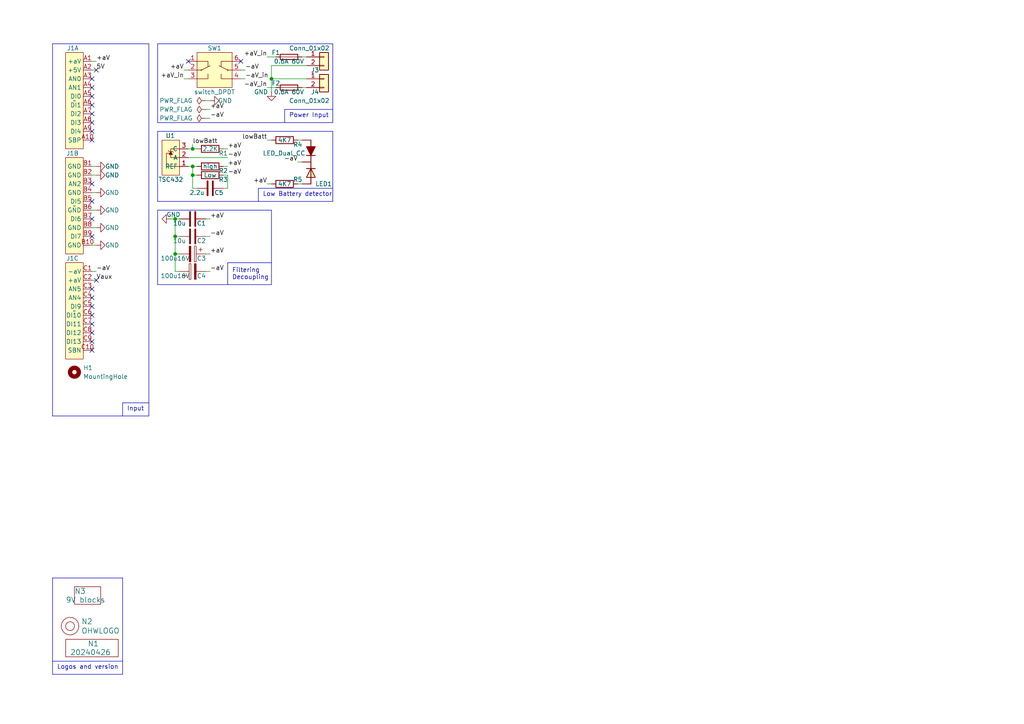
<source format=kicad_sch>
(kicad_sch (version 20230121) (generator eeschema)
  (paper "A4")
  (lib_symbols
    (symbol "Connector_Generic:Conn_01x02" (pin_names (offset 1.016) hide)
      (property "Reference" "J" (at 0 2.54 0))
      (property "Value" "Conn_01x02" (at 0 -5.08 0))
      (symbol "Conn_01x02_1_1"
        (rectangle (start -1.27 -2.413) (end 0 -2.667) (stroke (width 0.1524)))
        (rectangle (start -1.27 0.127) (end 0 -0.127) (stroke (width 0.1524)))
        (rectangle (start -1.27 1.27) (end 1.27 -3.81) (stroke (width 0.254)) (fill (type background)))
        (pin passive line (at -5.08 0 0) (length 3.81) (name "Pin_1") (number "1"))
        (pin passive line (at -5.08 -2.54 0) (length 3.81) (name "Pin_2") (number "2"))
      )
    )
    (symbol "Device:C" (pin_numbers hide) (pin_names (offset 0.254))
      (property "Reference" "C" (at 0.635 2.54 0))
      (property "Value" "C" (at 0.635 -2.54 0))
      (symbol "C_0_1"
        (polyline (pts (xy -2.032 -0.762) (xy 2.032 -0.762)) (stroke (width 0.508)))
        (polyline (pts (xy -2.032 0.762) (xy 2.032 0.762)) (stroke (width 0.508)))
      )
      (symbol "C_1_1"
        (pin passive line (at 0 3.81 270) (length 2.794) (name "~") (number "1"))
        (pin passive line (at 0 -3.81 90) (length 2.794) (name "~") (number "2"))
      )
    )
    (symbol "Device:C_Polarized" (pin_numbers hide) (pin_names (offset 0.254))
      (property "Reference" "C" (at 0.635 2.54 0))
      (property "Value" "C_Polarized" (at 0.635 -2.54 0))
      (symbol "C_Polarized_0_1"
        (rectangle (start -2.286 0.508) (end 2.286 1.016))
        (polyline (pts (xy -1.778 2.286) (xy -0.762 2.286)))
        (polyline (pts (xy -1.27 2.794) (xy -1.27 1.778)))
        (rectangle (start 2.286 -0.508) (end -2.286 -1.016) (fill (type outline)))
      )
      (symbol "C_Polarized_1_1"
        (pin passive line (at 0 3.81 270) (length 2.794) (name "~") (number "1"))
        (pin passive line (at 0 -3.81 90) (length 2.794) (name "~") (number "2"))
      )
    )
    (symbol "Device:Fuse" (pin_numbers hide) (pin_names (offset 0))
      (property "Reference" "F" (at 2.032 0 90))
      (property "Value" "Fuse" (at -1.905 0 90))
      (symbol "Fuse_0_1"
        (rectangle (start -0.762 -2.54) (end 0.762 2.54) (stroke (width 0.254)))
        (polyline (pts (xy 0 2.54) (xy 0 -2.54)))
      )
      (symbol "Fuse_1_1"
        (pin passive line (at 0 3.81 270) (length 1.27) (name "~") (number "1"))
        (pin passive line (at 0 -3.81 90) (length 1.27) (name "~") (number "2"))
      )
    )
    (symbol "Device:R" (pin_numbers hide) (pin_names (offset 0))
      (property "Reference" "R" (at 2.032 0 90))
      (property "Value" "R" (at 0 0 90))
      (symbol "R_0_1"
        (rectangle (start -1.016 -2.54) (end 1.016 2.54) (stroke (width 0.254)))
      )
      (symbol "R_1_1"
        (pin passive line (at 0 3.81 270) (length 1.27) (name "~") (number "1"))
        (pin passive line (at 0 -3.81 90) (length 1.27) (name "~") (number "2"))
      )
    )
    (symbol "Mechanical:MountingHole" (pin_names (offset 1.016))
      (property "Reference" "H" (at 0 5.08 0))
      (property "Value" "MountingHole" (at 0 3.175 0))
      (symbol "MountingHole_0_1"
        (circle (center 0 0) (radius 1.27) (stroke (width 1.27)))
      )
    )
    (symbol "SquantorConnectorsNamed:SquMes_30pin"
      (property "Reference" "J" (at 0 15.24 0))
      (symbol "SquMes_30pin_1_1"
        (rectangle (start -2.54 13.97) (end 2.54 -13.97) (fill (type background)))
        (pin passive line (at -5.08 11.43 0) (length 2.54) (name "+aV") (number "A1"))
        (pin passive line (at -5.08 -11.43 0) (length 2.54) (name "SBP") (number "A10"))
        (pin passive line (at -5.08 8.89 0) (length 2.54) (name "+5V") (number "A2"))
        (pin passive line (at -5.08 6.35 0) (length 2.54) (name "AN0") (number "A3"))
        (pin passive line (at -5.08 3.81 0) (length 2.54) (name "AN1") (number "A4"))
        (pin passive line (at -5.08 1.27 0) (length 2.54) (name "DI0") (number "A5"))
        (pin passive line (at -5.08 -1.27 0) (length 2.54) (name "DI1") (number "A6"))
        (pin passive line (at -5.08 -3.81 0) (length 2.54) (name "DI2") (number "A7"))
        (pin passive line (at -5.08 -6.35 0) (length 2.54) (name "DI3") (number "A8"))
        (pin passive line (at -5.08 -8.89 0) (length 2.54) (name "DI4") (number "A9"))
      )
      (symbol "SquMes_30pin_2_1"
        (rectangle (start -2.54 13.97) (end 2.54 -13.97) (fill (type background)))
        (pin passive line (at -5.08 11.43 0) (length 2.54) (name "GND") (number "B1"))
        (pin passive line (at -5.08 -11.43 0) (length 2.54) (name "GND") (number "B10"))
        (pin passive line (at -5.08 8.89 0) (length 2.54) (name "GND") (number "B2"))
        (pin passive line (at -5.08 6.35 0) (length 2.54) (name "AN2") (number "B3"))
        (pin passive line (at -5.08 3.81 0) (length 2.54) (name "GND") (number "B4"))
        (pin passive line (at -5.08 1.27 0) (length 2.54) (name "DI5") (number "B5"))
        (pin passive line (at -5.08 -1.27 0) (length 2.54) (name "GND") (number "B6"))
        (pin passive line (at -5.08 -3.81 0) (length 2.54) (name "DI6") (number "B7"))
        (pin passive line (at -5.08 -6.35 0) (length 2.54) (name "GND") (number "B8"))
        (pin passive line (at -5.08 -8.89 0) (length 2.54) (name "DI7") (number "B9"))
      )
      (symbol "SquMes_30pin_3_1"
        (rectangle (start -2.54 13.97) (end 2.54 -13.97) (fill (type background)))
        (pin passive line (at -5.08 11.43 0) (length 2.54) (name "-aV") (number "C1"))
        (pin passive line (at -5.08 -11.43 0) (length 2.54) (name "SBN") (number "C10"))
        (pin passive line (at -5.08 8.89 0) (length 2.54) (name "+aV") (number "C2"))
        (pin passive line (at -5.08 6.35 0) (length 2.54) (name "AN5") (number "C3"))
        (pin passive line (at -5.08 3.81 0) (length 2.54) (name "AN4") (number "C4"))
        (pin passive line (at -5.08 1.27 0) (length 2.54) (name "DI9") (number "C5"))
        (pin passive line (at -5.08 -1.27 0) (length 2.54) (name "DI10") (number "C6"))
        (pin passive line (at -5.08 -3.81 0) (length 2.54) (name "DI11") (number "C7"))
        (pin passive line (at -5.08 -6.35 0) (length 2.54) (name "DI12") (number "C8"))
        (pin passive line (at -5.08 -8.89 0) (length 2.54) (name "DI13") (number "C9"))
      )
    )
    (symbol "SquantorDevice:LED_Dual_CC" (pin_numbers hide) (pin_names hide)
      (property "Reference" "LED" (at 0 8.89 0))
      (property "Value" "LED_Dual_CC" (at 0 -8.89 0))
      (symbol "LED_Dual_CC_0_1"
        (polyline (pts (xy -1.27 -1.905) (xy 1.27 -1.905)) (stroke (width 0.254)))
        (polyline (pts (xy -1.27 1.905) (xy 1.27 1.905)) (stroke (width 0.254)))
        (polyline (pts (xy 0 6.35) (xy 0 -6.35)) (stroke (width 0.254)))
        (polyline (pts (xy 0 -1.905) (xy -1.27 -4.445) (xy 1.27 -4.445) (xy 0 -1.905)) (stroke (width 0.254)) (fill (type background)))
        (polyline (pts (xy 0 1.905) (xy 1.27 4.445) (xy -1.27 4.445) (xy 0 1.905)) (stroke (width 0.254)) (fill (type outline)))
      )
      (symbol "LED_Dual_CC_1_1"
        (pin passive line (at -2.54 6.35 0) (length 2.54) (name "A1") (number "1"))
        (pin passive line (at -2.54 0 0) (length 2.54) (name "C") (number "2"))
        (pin passive line (at -2.54 -6.35 0) (length 2.54) (name "A2") (number "3"))
      )
    )
    (symbol "SquantorGenericAnalog:TL431_TO-92"
      (property "Reference" "U" (at 0 6.35 0))
      (property "Value" "TL431" (at 0 -6.35 0))
      (symbol "TL431_TO-92_0_1"
        (polyline (pts (xy -2.54 0) (xy 0 0) (xy 0 -2.54) (xy -2.54 -2.54)))
        (polyline (pts (xy -2.54 2.54) (xy 1.27 2.54) (xy 1.27 -1.27) (xy 0 -1.27)))
        (polyline (pts (xy -0.762 -1.524) (xy -0.508 -1.778) (xy 0.508 -1.778) (xy 0.762 -2.032)))
      )
      (symbol "TL431_TO-92_1_1"
        (rectangle (start -2.54 5.08) (end 2.54 -5.08) (fill (type background)))
        (polyline (pts (xy 0 -1.778) (xy 0.508 -0.889) (xy -0.508 -0.889) (xy 0 -1.778)) (fill (type outline)))
        (pin input line (at -5.08 2.54 0) (length 2.54) (name "REF") (number "1"))
        (pin power_in line (at -5.08 0 0) (length 2.54) (name "A") (number "2"))
        (pin power_out line (at -5.08 -2.54 0) (length 2.54) (name "C") (number "3"))
      )
    )
    (symbol "SquantorLabels:Label" (pin_names (offset 1.016))
      (property "Reference" "N" (at 0 1.27 0))
      (property "Value" "Label" (at 0 -1.27 0))
      (symbol "Label_0_1"
        (rectangle (start -3.81 2.54) (end 3.81 -2.54))
      )
    )
    (symbol "SquantorLabels:OHWLOGO" (pin_names (offset 1.016))
      (property "Reference" "N" (at 0 3.81 0))
      (property "Value" "OHWLOGO" (at 0 -3.81 0))
      (symbol "OHWLOGO_0_1"
        (circle (center 0 0) (radius 1.27))
        (circle (center 0 0) (radius 2.54))
      )
    )
    (symbol "SquantorLabels:VYYYYMMDD" (pin_names (offset 1.016))
      (property "Reference" "N" (at 0 2.54 0))
      (property "Value" "VYYYYMMDD" (at 0 0 0))
      (symbol "VYYYYMMDD_0_1"
        (rectangle (start 7.62 -1.27) (end -7.62 3.81))
      )
    )
    (symbol "SquantorSwitches:switch_DPDT" (pin_names hide)
      (property "Reference" "SW" (at 0 12.7 0))
      (property "Value" "switch_DPDT" (at 0 -10.795 0))
      (symbol "switch_DPDT_0_1"
        (rectangle (start -5.08 5.08) (end 5.08 -5.08) (fill (type background)))
        (circle (center -3.81 0) (radius 0.127))
        (polyline (pts (xy 4.445 5.08) (xy 4.445 5.08)))
        (polyline (pts (xy -5.08 -2.54) (xy -1.905 -2.54) (xy -1.905 -1.143)))
        (polyline (pts (xy -5.08 0) (xy -3.81 0) (xy -1.27 1.27)))
        (polyline (pts (xy -5.08 2.54) (xy -1.905 2.54) (xy -1.905 1.016)))
        (polyline (pts (xy 5.08 -2.54) (xy 1.905 -2.54) (xy 1.905 -1.143)))
        (polyline (pts (xy 5.08 0) (xy 3.81 0) (xy 1.27 1.27)))
        (polyline (pts (xy 5.08 2.54) (xy 1.905 2.54) (xy 1.905 1.016)))
        (circle (center 3.81 0) (radius 0.127))
        (rectangle (start 5.08 5.08) (end 5.08 5.08) (fill (type background)))
      )
      (symbol "switch_DPDT_1_1"
        (pin passive line (at -7.62 2.54 0) (length 2.54) (name "SW1_P1") (number "1"))
        (pin passive line (at -7.62 0 0) (length 2.54) (name "SW1_C1") (number "2"))
        (pin passive line (at -7.62 -2.54 0) (length 2.54) (name "SW1_P2") (number "3"))
        (pin passive line (at 7.62 -2.54 180) (length 2.54) (name "SW2_P2") (number "4"))
        (pin passive line (at 7.62 0 180) (length 2.54) (name "SW2_C1") (number "5"))
        (pin passive line (at 7.62 2.54 180) (length 2.54) (name "SW2_P2") (number "6"))
      )
    )
    (symbol "power:GND" (power) (pin_names (offset 0))
      (property "Value" "GND" (at 0 -3.81 0))
      (symbol "GND_0_1"
        (polyline (pts (xy 0 0) (xy 0 -1.27) (xy 1.27 -1.27) (xy 0 -2.54) (xy -1.27 -1.27) (xy 0 -1.27)))
      )
      (symbol "GND_1_1"
        (pin power_in line (at 0 0 270) (length 0) hide (name "GND") (number "1"))
      )
    )
    (symbol "power:PWR_FLAG" (power) (pin_numbers hide) (pin_names (offset 0) hide)
      (property "Value" "PWR_FLAG" (at 0 3.81 0))
      (symbol "PWR_FLAG_0_0"
        (pin power_out line (at 0 0 90) (length 0) (name "pwr") (number "1"))
      )
      (symbol "PWR_FLAG_0_1"
        (polyline (pts (xy 0 0) (xy 0 1.27) (xy -1.016 1.905) (xy 0 2.54) (xy 1.016 1.905) (xy 0 1.27)))
      )
    )
  )
  (junction (at 55.88 48.26))
  (junction (at 55.88 43.18))
  (junction (at 78.74 22.86))
  (junction (at 50.8 68.58))
  (junction (at 50.8 63.5))
  (junction (at 50.8 73.66))
  (junction (at 55.88 50.8))
  (no_connect (at 26.67 25.4))
  (no_connect (at 54.61 17.78))
  (no_connect (at 26.67 96.52))
  (no_connect (at 26.67 83.82))
  (no_connect (at 26.67 58.42))
  (no_connect (at 26.67 27.94))
  (no_connect (at 26.67 63.5))
  (no_connect (at 26.67 33.02))
  (no_connect (at 26.67 22.86))
  (no_connect (at 27.94 81.28))
  (no_connect (at 26.67 91.44))
  (no_connect (at 26.67 38.1))
  (no_connect (at 26.67 86.36))
  (no_connect (at 69.85 17.78))
  (no_connect (at 26.67 35.56))
  (no_connect (at 26.67 93.98))
  (no_connect (at 27.94 20.32))
  (no_connect (at 26.67 68.58))
  (no_connect (at 26.67 88.9))
  (no_connect (at 26.67 53.34))
  (no_connect (at 26.67 30.48))
  (no_connect (at 26.67 40.64))
  (no_connect (at 26.67 99.06))
  (no_connect (at 26.67 101.6))
  (wire (pts (xy 49.53 63.5) (xy 50.8 63.5)))
  (wire (pts (xy 59.69 68.58) (xy 60.96 68.58)))
  (wire (pts (xy 86.36 40.64) (xy 87.63 40.64)))
  (wire (pts (xy 88.9 19.05) (xy 78.74 19.05)))
  (polyline (pts (xy 45.72 82.55) (xy 78.74 82.55)))
  (wire (pts (xy 26.67 81.28) (xy 27.94 81.28)))
  (wire (pts (xy 26.67 66.04) (xy 27.94 66.04)))
  (polyline (pts (xy 15.24 167.64) (xy 15.24 195.58)))
  (wire (pts (xy 87.63 25.4) (xy 88.9 25.4)))
  (wire (pts (xy 55.88 50.8) (xy 57.15 50.8)))
  (polyline (pts (xy 35.56 167.64) (xy 15.24 167.64)))
  (wire (pts (xy 26.67 48.26) (xy 27.94 48.26)))
  (polyline (pts (xy 45.72 12.7) (xy 45.72 35.56)))
  (wire (pts (xy 59.69 63.5) (xy 60.96 63.5)))
  (wire (pts (xy 57.15 54.61) (xy 55.88 54.61)))
  (polyline (pts (xy 66.04 76.2) (xy 66.04 82.55)))
  (wire (pts (xy 26.67 20.32) (xy 27.94 20.32)))
  (wire (pts (xy 50.8 63.5) (xy 50.8 68.58)))
  (wire (pts (xy 54.61 48.26) (xy 55.88 48.26)))
  (polyline (pts (xy 74.93 54.61) (xy 74.93 58.42)))
  (polyline (pts (xy 15.24 12.7) (xy 43.18 12.7)))
  (polyline (pts (xy 96.52 38.1) (xy 45.72 38.1)))
  (wire (pts (xy 55.88 54.61) (xy 55.88 50.8)))
  (polyline (pts (xy 43.18 120.65) (xy 15.24 120.65)))
  (polyline (pts (xy 43.18 116.84) (xy 35.56 116.84)))
  (wire (pts (xy 77.47 25.4) (xy 80.01 25.4)))
  (wire (pts (xy 86.36 46.99) (xy 87.63 46.99)))
  (wire (pts (xy 53.34 22.86) (xy 54.61 22.86)))
  (polyline (pts (xy 78.74 76.2) (xy 66.04 76.2)))
  (wire (pts (xy 87.63 16.51) (xy 88.9 16.51)))
  (wire (pts (xy 59.69 31.75) (xy 60.96 31.75)))
  (wire (pts (xy 52.07 68.58) (xy 50.8 68.58)))
  (wire (pts (xy 26.67 55.88) (xy 27.94 55.88)))
  (wire (pts (xy 55.88 43.18) (xy 57.15 43.18)))
  (wire (pts (xy 78.74 22.86) (xy 78.74 26.67)))
  (wire (pts (xy 26.67 17.78) (xy 27.94 17.78)))
  (wire (pts (xy 26.67 78.74) (xy 27.94 78.74)))
  (wire (pts (xy 26.67 60.96) (xy 27.94 60.96)))
  (wire (pts (xy 66.04 50.8) (xy 66.04 54.61)))
  (wire (pts (xy 64.77 48.26) (xy 66.04 48.26)))
  (wire (pts (xy 78.74 22.86) (xy 88.9 22.86)))
  (polyline (pts (xy 45.72 35.56) (xy 96.52 35.56)))
  (wire (pts (xy 69.85 22.86) (xy 71.12 22.86)))
  (polyline (pts (xy 96.52 58.42) (xy 96.52 38.1)))
  (polyline (pts (xy 96.52 31.75) (xy 82.55 31.75)))
  (wire (pts (xy 86.36 53.34) (xy 87.63 53.34)))
  (wire (pts (xy 78.74 19.05) (xy 78.74 22.86)))
  (polyline (pts (xy 96.52 12.7) (xy 45.72 12.7)))
  (wire (pts (xy 50.8 78.74) (xy 52.07 78.74)))
  (wire (pts (xy 77.47 53.34) (xy 78.74 53.34)))
  (polyline (pts (xy 78.74 82.55) (xy 78.74 60.96)))
  (wire (pts (xy 55.88 48.26) (xy 55.88 50.8)))
  (polyline (pts (xy 45.72 60.96) (xy 45.72 82.55)))
  (polyline (pts (xy 35.56 195.58) (xy 35.56 167.64)))
  (wire (pts (xy 53.34 20.32) (xy 54.61 20.32)))
  (polyline (pts (xy 15.24 195.58) (xy 35.56 195.58)))
  (wire (pts (xy 59.69 29.21) (xy 60.96 29.21)))
  (polyline (pts (xy 96.52 54.61) (xy 74.93 54.61)))
  (wire (pts (xy 50.8 73.66) (xy 52.07 73.66)))
  (wire (pts (xy 50.8 63.5) (xy 52.07 63.5)))
  (wire (pts (xy 26.67 71.12) (xy 27.94 71.12)))
  (polyline (pts (xy 35.56 116.84) (xy 35.56 120.65)))
  (wire (pts (xy 64.77 50.8) (xy 66.04 50.8)))
  (wire (pts (xy 64.77 43.18) (xy 66.04 43.18)))
  (polyline (pts (xy 15.24 12.7) (xy 15.24 120.65)))
  (wire (pts (xy 77.47 40.64) (xy 78.74 40.64)))
  (polyline (pts (xy 43.18 12.7) (xy 43.18 120.65)))
  (wire (pts (xy 66.04 54.61) (xy 64.77 54.61)))
  (wire (pts (xy 57.15 48.26) (xy 55.88 48.26)))
  (wire (pts (xy 55.88 41.91) (xy 55.88 43.18)))
  (wire (pts (xy 69.85 20.32) (xy 71.12 20.32)))
  (polyline (pts (xy 82.55 31.75) (xy 82.55 35.56)))
  (wire (pts (xy 26.67 50.8) (xy 27.94 50.8)))
  (polyline (pts (xy 45.72 58.42) (xy 96.52 58.42)))
  (wire (pts (xy 59.69 73.66) (xy 60.96 73.66)))
  (wire (pts (xy 77.47 16.51) (xy 80.01 16.51)))
  (wire (pts (xy 54.61 43.18) (xy 55.88 43.18)))
  (wire (pts (xy 54.61 45.72) (xy 66.04 45.72)))
  (wire (pts (xy 59.69 78.74) (xy 60.96 78.74)))
  (polyline (pts (xy 45.72 38.1) (xy 45.72 58.42)))
  (polyline (pts (xy 15.24 191.77) (xy 35.56 191.77)))
  (polyline (pts (xy 78.74 60.96) (xy 45.72 60.96)))
  (wire (pts (xy 50.8 68.58) (xy 50.8 73.66)))
  (wire (pts (xy 50.8 73.66) (xy 50.8 78.74)))
  (polyline (pts (xy 96.52 35.56) (xy 96.52 12.7)))
  (wire (pts (xy 59.69 34.29) (xy 60.96 34.29)))
  (text "Filtering\nDecoupling" (at 67.31 81.28 0) (effects (font (size 1.27 1.27)) (justify left bottom)))
  (text "Input" (at 36.83 119.38 0) (effects (font (size 1.27 1.27)) (justify left bottom)))
  (text "Logos and version" (at 16.51 194.31 0) (effects (font (size 1.27 1.27)) (justify left bottom)))
  (text "Power Input" (at 83.82 34.29 0) (effects (font (size 1.27 1.27)) (justify left bottom)))
  (text "Low Battery detector" (at 76.2 57.15 0) (effects (font (size 1.27 1.27)) (justify left bottom)))
  (label "-aV" (at 71.12 20.32 0))
  (label "+aV" (at 66.04 43.18 0))
  (label "lowBatt" (at 55.88 41.91 0))
  (label "-aV" (at 66.04 50.8 0))
  (label "-aV" (at 66.04 45.72 0))
  (label "+aV" (at 60.96 73.66 0))
  (label "+aV" (at 53.34 20.32 180))
  (label "lowBatt" (at 77.47 40.64 180))
  (label "-aV_in" (at 71.12 22.86 0))
  (label "-aV" (at 86.36 46.99 180))
  (label "-aV" (at 60.96 78.74 0))
  (label "+aV" (at 60.96 31.75 0))
  (label "+aV" (at 60.96 63.5 0))
  (label "+aV_in" (at 53.34 22.86 180))
  (label "+aV" (at 27.94 17.78 0))
  (label "-aV" (at 60.96 34.29 0))
  (label "+aV" (at 77.47 53.34 180))
  (label "-aV" (at 27.94 78.74 0))
  (label "-aV_in" (at 77.47 25.4 180))
  (label "+aV" (at 66.04 48.26 0))
  (label "5V" (at 27.94 20.32 0))
  (label "+aV_in" (at 77.47 16.51 180))
  (label "Vaux" (at 27.94 81.28 0))
  (label "-aV" (at 60.96 68.58 0))
  (symbol (lib_id "SquantorLabels:VYYYYMMDD") (at 26.67 189.23 0) (unit 1)
    (property "Reference" "N1" (at 25.4 186.69 0) (effects (font (size 1.524 1.524)) (justify left)))
    (property "Value" "20240426" (at 20.32 189.23 0) (effects (font (size 1.524 1.524)) (justify left)))
    (property "Footprint" "SquantorLabels:Label_Generic" (effects hide))
  )
  (symbol (lib_id "SquantorLabels:OHWLOGO") (at 20.32 181.61 0) (unit 1)
    (property "Reference" "N2" (at 23.5712 180.2638 0) (effects (font (size 1.524 1.524)) (justify left)))
    (property "Value" "OHWLOGO" (at 23.5712 182.9562 0) (effects (font (size 1.524 1.524)) (justify left)))
    (property "Footprint" "Symbol:OSHW-Symbol_6.7x6mm_SilkScreen" (effects hide))
  )
  (symbol (lib_id "power:GND") (at 60.96 29.21 90) (unit 1)
    (property "Reference" "#PWR08" (effects hide))
    (property "Value" "GND" (at 67.31 29.21 90) (effects (justify left)))
  )
  (symbol (lib_id "power:GND") (at 78.74 26.67 0) (unit 1)
    (property "Reference" "#PWR09" (effects hide))
    (property "Value" "GND" (at 73.66 26.67 0) (effects (justify left)))
  )
  (symbol (lib_id "Device:C_Polarized") (at 55.88 78.74 90) (unit 1)
    (property "Reference" "C4" (at 58.42 80.01 90))
    (property "Value" "100u16V" (at 50.8 80.01 90))
    (property "Footprint" "SquantorCapacitor:C-025-065-elco" (effects hide))
  )
  (symbol (lib_id "SquantorGenericAnalog:TL431_TO-92") (at 49.53 45.72 180) (unit 1)
    (property "Reference" "U1" (at 50.8 39.37 0) (effects (justify left)))
    (property "Value" "TSC432" (at 49.53 52.07 0))
    (property "Footprint" "Package_TO_SOT_THT:TO-92L_Inline_Wide" (effects hide))
  )
  (symbol (lib_id "SquantorConnectorsNamed:SquMes_30pin") (at 21.59 29.21 0) (mirror y) (unit 1)
    (property "Reference" "J1" (at 22.86 13.97 0) (effects (justify left)))
    (property "Value" "~" (at 21.59 29.21 0))
    (property "Footprint" "SquantorConnectors:DIN41612_C3_3x10_Male_Horizontal_THT" (effects hide))
  )
  (symbol (lib_id "Device:Fuse") (at 83.82 16.51 270) (unit 1)
    (property "Reference" "F1" (at 80.01 15.24 90))
    (property "Value" "0.6A 60V" (at 83.82 17.78 90))
    (property "Footprint" "SquantorRcl:F_1812-bourns" (effects hide))
  )
  (symbol (lib_id "Device:C_Polarized") (at 55.88 73.66 270) (unit 1)
    (property "Reference" "C3" (at 58.42 74.93 90))
    (property "Value" "100u16V" (at 50.8 74.93 90))
    (property "Footprint" "SquantorCapacitor:C-025-065-elco" (effects hide))
  )
  (symbol (lib_id "SquantorSwitches:switch_DPDT") (at 62.23 20.32 0) (unit 1)
    (property "Reference" "SW1" (at 62.23 13.97 0))
    (property "Value" "switch_DPDT" (at 62.23 26.67 0))
    (property "Footprint" "SquantorSwitches:PS-22F02" (effects hide))
  )
  (symbol (lib_id "Device:C") (at 60.96 54.61 90) (unit 1)
    (property "Reference" "C5" (at 63.5 55.88 90))
    (property "Value" "2.2u" (at 57.15 55.88 90))
    (property "Footprint" "SquantorCapacitor:C_0805" (effects hide))
  )
  (symbol (lib_id "power:GND") (at 27.94 48.26 90) (unit 1)
    (property "Reference" "#PWR01" (effects hide))
    (property "Value" "GND" (at 30.48 48.26 90) (effects (justify right)))
  )
  (symbol (lib_id "Device:R") (at 60.96 50.8 270) (unit 1)
    (property "Reference" "R3" (at 64.77 52.07 90))
    (property "Value" "Low" (at 60.96 50.8 90))
    (property "Footprint" "SquantorResistor:R_0603_hand" (effects hide))
  )
  (symbol (lib_id "Device:R") (at 82.55 40.64 270) (unit 1)
    (property "Reference" "R4" (at 86.36 41.91 90))
    (property "Value" "4K7" (at 82.55 40.64 90))
    (property "Footprint" "SquantorResistor:R_0603_hand" (effects hide))
  )
  (symbol (lib_id "power:GND") (at 27.94 50.8 90) (unit 1)
    (property "Reference" "#PWR02" (effects hide))
    (property "Value" "GND" (at 30.48 50.8 90) (effects (justify right)))
  )
  (symbol (lib_id "power:GND") (at 49.53 63.5 270) (unit 1)
    (property "Reference" "#PWR07" (effects hide))
    (property "Value" "GND" (at 48.26 62.23 90) (effects (justify left)))
  )
  (symbol (lib_id "power:GND") (at 27.94 71.12 90) (unit 1)
    (property "Reference" "#PWR06" (effects hide))
    (property "Value" "GND" (at 30.48 71.12 90) (effects (justify right)))
  )
  (symbol (lib_id "power:GND") (at 27.94 66.04 90) (unit 1)
    (property "Reference" "#PWR05" (effects hide))
    (property "Value" "GND" (at 30.48 66.04 90) (effects (justify right)))
  )
  (symbol (lib_id "power:PWR_FLAG") (at 59.69 29.21 90) (unit 1)
    (property "Reference" "#FLG01" (effects hide))
    (property "Value" "PWR_FLAG" (at 55.88 29.21 90) (effects (justify left)))
  )
  (symbol (lib_id "Device:Fuse") (at 83.82 25.4 270) (unit 1)
    (property "Reference" "F2" (at 80.01 24.13 90))
    (property "Value" "0.6A 60V" (at 83.82 26.67 90))
    (property "Footprint" "SquantorRcl:F_1812-bourns" (effects hide))
  )
  (symbol (lib_id "power:GND") (at 27.94 60.96 90) (unit 1)
    (property "Reference" "#PWR04" (effects hide))
    (property "Value" "GND" (at 30.48 60.96 90) (effects (justify right)))
  )
  (symbol (lib_id "Connector_Generic:Conn_01x02") (at 93.98 22.86 0) (unit 1)
    (property "Reference" "J4" (at 90.17 26.67 0) (effects (justify left)))
    (property "Value" "Conn_01x02" (at 83.82 29.21 0) (effects (justify left)))
    (property "Footprint" "Connector_JST:JST_XH_B2B-XH-A_1x02_P2.50mm_Vertical" (effects hide))
  )
  (symbol (lib_id "Mechanical:MountingHole") (at 21.59 107.95 0) (unit 1)
    (property "Reference" "H1" (at 24.13 106.68 0) (effects (justify left)))
    (property "Value" "MountingHole" (at 24.13 109.22 0) (effects (justify left)))
    (property "Footprint" "MountingHole:MountingHole_2.7mm_M2.5_Pad" (effects hide))
  )
  (symbol (lib_id "Device:C") (at 55.88 68.58 90) (unit 1)
    (property "Reference" "C2" (at 58.42 69.85 90))
    (property "Value" "10u" (at 52.07 69.85 90))
    (property "Footprint" "SquantorCapacitor:C_1206_0805" (effects hide))
  )
  (symbol (lib_id "SquantorDevice:LED_Dual_CC") (at 90.17 46.99 0) (unit 1)
    (property "Reference" "LED1" (at 91.44 53.34 0) (effects (justify left)))
    (property "Value" "LED_Dual_CC" (at 76.2 44.45 0) (effects (justify left)))
    (property "Footprint" "SquantorDiodes:LED_DUAL_TH245_90deg" (effects hide))
  )
  (symbol (lib_id "Connector_Generic:Conn_01x02") (at 93.98 16.51 0) (unit 1)
    (property "Reference" "J3" (at 90.17 20.32 0) (effects (justify left)))
    (property "Value" "Conn_01x02" (at 83.82 13.97 0) (effects (justify left)))
    (property "Footprint" "Connector_JST:JST_XH_B2B-XH-A_1x02_P2.50mm_Vertical" (effects hide))
  )
  (symbol (lib_id "SquantorLabels:Label") (at 25.4 172.72 0) (unit 1)
    (property "Reference" "N3" (at 21.59 171.45 0) (effects (font (size 1.524 1.524)) (justify left)))
    (property "Value" "9V blocks" (at 19.05 173.99 0) (effects (font (size 1.524 1.524)) (justify left)))
    (property "Footprint" "SquantorModules:battery_holder_9v_stacked" (effects hide))
  )
  (symbol (lib_id "Device:R") (at 82.55 53.34 270) (unit 1)
    (property "Reference" "R5" (at 86.36 52.07 90))
    (property "Value" "4K7" (at 82.55 53.34 90))
    (property "Footprint" "SquantorResistor:R_0603_hand" (effects hide))
  )
  (symbol (lib_id "Device:R") (at 60.96 43.18 270) (unit 1)
    (property "Reference" "R1" (at 64.77 44.45 90))
    (property "Value" "2.2K" (at 60.96 43.18 90))
    (property "Footprint" "SquantorResistor:R_0603_hand" (effects hide))
  )
  (symbol (lib_id "power:GND") (at 27.94 55.88 90) (unit 1)
    (property "Reference" "#PWR03" (effects hide))
    (property "Value" "GND" (at 30.48 55.88 90) (effects (justify right)))
  )
  (symbol (lib_id "Device:C") (at 55.88 63.5 90) (unit 1)
    (property "Reference" "C1" (at 58.42 64.77 90))
    (property "Value" "10u" (at 52.07 64.77 90))
    (property "Footprint" "SquantorCapacitor:C_1206_0805" (effects hide))
  )
  (symbol (lib_id "power:PWR_FLAG") (at 59.69 31.75 90) (unit 1)
    (property "Reference" "#FLG02" (effects hide))
    (property "Value" "PWR_FLAG" (at 55.88 31.75 90) (effects (justify left)))
  )
  (symbol (lib_id "SquantorConnectorsNamed:SquMes_30pin") (at 21.59 59.69 0) (mirror y) (unit 2)
    (property "Reference" "J1" (at 22.86 44.45 0) (effects (justify left)))
    (property "Value" "~" (at 21.59 59.69 0))
    (property "Footprint" "SquantorConnectors:DIN41612_C3_3x10_Male_Horizontal_THT" (effects hide))
  )
  (symbol (lib_id "power:PWR_FLAG") (at 59.69 34.29 90) (unit 1)
    (property "Reference" "#FLG03" (effects hide))
    (property "Value" "PWR_FLAG" (at 55.88 34.29 90) (effects (justify left)))
  )
  (symbol (lib_id "Device:R") (at 60.96 48.26 270) (unit 1)
    (property "Reference" "R2" (at 64.77 49.53 90))
    (property "Value" "high" (at 60.96 48.26 90))
    (property "Footprint" "SquantorResistor:R_0603_hand" (effects hide))
  )
  (symbol (lib_id "SquantorConnectorsNamed:SquMes_30pin") (at 21.59 90.17 0) (mirror y) (unit 3)
    (property "Reference" "J1" (at 22.86 74.93 0) (effects (justify left)))
    (property "Value" "~" (at 21.59 90.17 0))
    (property "Footprint" "SquantorConnectors:DIN41612_C3_3x10_Male_Horizontal_THT" (effects hide))
  )
)
</source>
